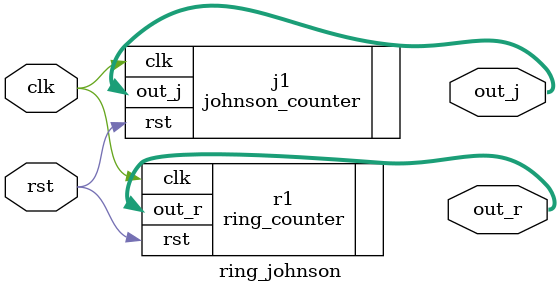
<source format=v>
`timescale 1ns / 1ps

module ring_johnson(
    input clk, rst,
    output [0:2] out_r, out_j
);

// Instantiating the ring and johnson counters
ring_counter r1 (
    .clk(clk),
    .rst(rst),
    .out_r(out_r)
);

johnson_counter j1 (
    .clk(clk),
    .rst(rst),
    .out_j(out_j)
);

endmodule


</source>
